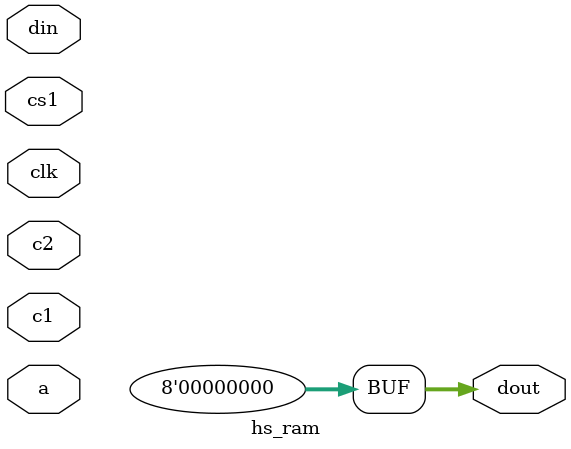
<source format=v>

module hs_ram(input [5:0] a,
	      output [7:0] dout,
	      input [7:0]  din,
	      input 	   c1,
	      input 	   c2,
	      input 	   cs1,
	      input 	   clk);

   assign dout = 8'b0;
   
endmodule

</source>
